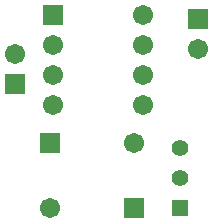
<source format=gbs>
G04 Layer_Color=16711935*
%FSLAX44Y44*%
%MOMM*%
G71*
G01*
G75*
%ADD28R,1.7032X1.7032*%
%ADD29C,1.7032*%
%ADD30R,1.4032X1.4032*%
%ADD31C,1.4032*%
%ADD32R,1.7032X1.7032*%
D28*
X145500Y35000D02*
D03*
X74500Y90000D02*
D03*
X76900Y198100D02*
D03*
D29*
X74500Y35000D02*
D03*
X145500Y90000D02*
D03*
X76900Y172700D02*
D03*
Y147300D02*
D03*
Y121900D02*
D03*
X153100Y198100D02*
D03*
Y172700D02*
D03*
Y147300D02*
D03*
Y121900D02*
D03*
X200000Y169600D02*
D03*
X45000Y165400D02*
D03*
D30*
X185000Y34600D02*
D03*
D31*
Y60000D02*
D03*
Y85400D02*
D03*
D32*
X200000Y195000D02*
D03*
X45000Y140000D02*
D03*
M02*

</source>
